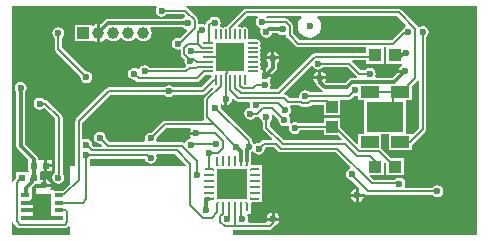
<source format=gbl>
G04*
G04 #@! TF.GenerationSoftware,Altium Limited,Altium Designer,19.0.14 (431)*
G04*
G04 Layer_Physical_Order=2*
G04 Layer_Color=16711680*
%FSLAX44Y44*%
%MOMM*%
G71*
G01*
G75*
%ADD12C,0.2000*%
%ADD67R,0.6000X0.5000*%
%ADD83R,1.0000X1.1000*%
%ADD87C,0.3000*%
%ADD90C,0.6000*%
%ADD91C,1.0000*%
%ADD92R,1.0000X1.0000*%
%ADD93R,0.7500X0.2500*%
%ADD94R,0.8500X0.2500*%
%ADD95R,0.2500X0.7500*%
%ADD96R,0.2500X0.8500*%
%ADD97R,2.6000X2.6000*%
%ADD98O,0.8500X0.2000*%
%ADD99O,0.2000X0.8500*%
%ADD100R,2.4000X2.4000*%
%ADD101R,3.1000X2.5000*%
%ADD102R,1.5500X1.0000*%
%ADD103R,1.1000X1.0000*%
%ADD104R,1.5000X2.3000*%
%ADD105R,0.8000X0.3000*%
G36*
X125715Y195926D02*
X125090Y194991D01*
X124702Y193040D01*
X125090Y191089D01*
X126195Y189435D01*
X127849Y188330D01*
X129800Y187942D01*
X131751Y188330D01*
X133405Y189435D01*
X133770Y189981D01*
X148462D01*
X149544Y188899D01*
X149207Y187441D01*
X147790Y186494D01*
X147506Y186068D01*
X84700D01*
X83334Y185797D01*
X82177Y185023D01*
X78402Y181249D01*
X78168Y181346D01*
X77470Y181438D01*
Y174000D01*
Y166562D01*
X78168Y166654D01*
X80002Y167414D01*
X81578Y168622D01*
X82090Y169290D01*
X83691D01*
X83908Y169007D01*
X85370Y167885D01*
X87073Y167180D01*
X88900Y166940D01*
X90727Y167180D01*
X92430Y167885D01*
X93892Y169007D01*
X94463Y169751D01*
X96037D01*
X96608Y169007D01*
X98070Y167885D01*
X99773Y167180D01*
X101600Y166940D01*
X103427Y167180D01*
X105130Y167885D01*
X106592Y169007D01*
X107163Y169751D01*
X108737D01*
X109308Y169007D01*
X110770Y167885D01*
X112473Y167180D01*
X114300Y166940D01*
X116127Y167180D01*
X117830Y167885D01*
X119292Y169007D01*
X120414Y170470D01*
X121120Y172173D01*
X121360Y174000D01*
X121120Y175827D01*
X120414Y177530D01*
X120213Y177792D01*
X120775Y178931D01*
X147506D01*
X147790Y178506D01*
X149622Y177281D01*
X150577Y177092D01*
X150995Y175714D01*
X145152Y169871D01*
X143510Y170198D01*
X141559Y169810D01*
X139905Y168705D01*
X138800Y167051D01*
X138412Y165100D01*
X138800Y163149D01*
X139905Y161495D01*
X141559Y160390D01*
X143510Y160002D01*
X144611Y160221D01*
X145881Y159260D01*
Y155940D01*
X145881Y155940D01*
X146114Y154769D01*
X146777Y153777D01*
X149160Y151394D01*
X149032Y150750D01*
X149420Y148799D01*
X150525Y147145D01*
X150637Y146010D01*
X149356Y144729D01*
X119370D01*
X119005Y145275D01*
X117351Y146380D01*
X115400Y146768D01*
X113449Y146380D01*
X111795Y145275D01*
X110878Y143902D01*
X110527Y143606D01*
X109371Y143498D01*
X108291Y144219D01*
X106340Y144607D01*
X104389Y144219D01*
X102735Y143114D01*
X101630Y141460D01*
X101242Y139509D01*
X101630Y137559D01*
X102735Y135905D01*
X104389Y134800D01*
X106340Y134411D01*
X107261Y134595D01*
X108349Y133507D01*
X109341Y132844D01*
X110512Y132611D01*
X159621D01*
X159621Y132611D01*
X160791Y132844D01*
X161784Y133507D01*
X166888Y138611D01*
X171218D01*
X172328Y137563D01*
X172322Y136767D01*
X172047Y136583D01*
X172047Y136583D01*
X163403Y127939D01*
X139860D01*
X139495Y128485D01*
X137841Y129590D01*
X135890Y129978D01*
X133939Y129590D01*
X132285Y128485D01*
X131920Y127939D01*
X85040D01*
X85040Y127939D01*
X83870Y127706D01*
X82877Y127043D01*
X82877Y127043D01*
X57527Y101693D01*
X56864Y100701D01*
X56631Y99530D01*
X56631Y99530D01*
Y61330D01*
X52070D01*
Y46466D01*
X45993Y40389D01*
X43370D01*
X43370Y40389D01*
X43074Y40330D01*
X38460D01*
Y41120D01*
X35844D01*
X35245Y42240D01*
X35699Y42918D01*
X35876Y43810D01*
X30480D01*
Y45080D01*
X29210D01*
Y50476D01*
X28318Y50299D01*
X27711Y49893D01*
X26441Y50572D01*
Y55616D01*
X26441Y56000D01*
X27384Y56790D01*
X30480D01*
Y61830D01*
Y66870D01*
X26210D01*
Y66870D01*
X25010Y67039D01*
Y67359D01*
X24738Y68725D01*
X23965Y69883D01*
X14010Y79838D01*
Y124041D01*
X14046Y124065D01*
X15151Y125719D01*
X15539Y127670D01*
X15151Y129621D01*
X14046Y131275D01*
X12392Y132380D01*
X10441Y132768D01*
X8490Y132380D01*
X6837Y131275D01*
X5731Y129621D01*
X5343Y127670D01*
X5731Y125719D01*
X6837Y124065D01*
X6873Y124041D01*
Y78359D01*
X7144Y76994D01*
X7918Y75836D01*
X16306Y67448D01*
X16750Y66330D01*
X16750D01*
X16750Y66330D01*
Y57330D01*
X17873D01*
Y56898D01*
X16975Y56000D01*
X16441D01*
Y56000D01*
X16441D01*
Y56000D01*
X6441D01*
Y51026D01*
X4807Y49392D01*
X4144Y48399D01*
X4074Y48046D01*
X2804Y48171D01*
Y197196D01*
X105078D01*
X105267Y197070D01*
X106340Y196856D01*
X107413Y197070D01*
X107603Y197196D01*
X125036D01*
X125715Y195926D01*
D02*
G37*
G36*
X336623Y180890D02*
X336215Y179501D01*
X334798Y178555D01*
X333821Y177092D01*
X324620Y167891D01*
X246787D01*
X241347Y173331D01*
Y179920D01*
X241347Y179921D01*
X241114Y181091D01*
X240451Y182083D01*
X240451Y182083D01*
X236936Y185598D01*
X235944Y186261D01*
X234773Y186494D01*
X234773Y186494D01*
X218855D01*
X218335Y187171D01*
X218880Y188441D01*
X248009D01*
X248417Y187239D01*
X248046Y186954D01*
X246483Y184917D01*
X245501Y182545D01*
X245166Y180000D01*
X245501Y177455D01*
X246483Y175083D01*
X248046Y173046D01*
X250083Y171483D01*
X252455Y170501D01*
X255000Y170166D01*
X257545Y170501D01*
X259917Y171483D01*
X261954Y173046D01*
X263517Y175083D01*
X264499Y177455D01*
X264834Y180000D01*
X264499Y182545D01*
X263517Y184917D01*
X261954Y186954D01*
X261583Y187239D01*
X261991Y188441D01*
X329071D01*
X336623Y180890D01*
D02*
G37*
G36*
X211076Y187171D02*
X210880Y187040D01*
X209775Y185386D01*
X209387Y183435D01*
X209775Y181484D01*
X210880Y179830D01*
X212534Y178725D01*
X213362Y178561D01*
X213848Y177387D01*
X213730Y177211D01*
X213342Y175260D01*
X213730Y173309D01*
X214835Y171655D01*
X216489Y170550D01*
X218440Y170162D01*
X220391Y170550D01*
X222045Y171655D01*
X223150Y173309D01*
X223261Y173867D01*
X228659D01*
X228683Y173830D01*
X230337Y172725D01*
X232288Y172337D01*
X233959Y172670D01*
X234789Y172274D01*
X235265Y171884D01*
X235462Y170894D01*
X236125Y169902D01*
X243357Y162669D01*
X243357Y162669D01*
X244350Y162006D01*
X245520Y161773D01*
X245520Y161773D01*
X303141D01*
Y157059D01*
X259705D01*
X259705Y157059D01*
X258534Y156826D01*
X257542Y156163D01*
X227608Y126229D01*
X222272D01*
X221673Y127349D01*
X221880Y127659D01*
X222268Y129609D01*
X221880Y131560D01*
X221271Y132472D01*
X221164Y133928D01*
X222389Y135760D01*
X222566Y136652D01*
X217170D01*
Y137922D01*
X215900D01*
Y143318D01*
X215008Y143141D01*
X215005Y143138D01*
X213615Y143596D01*
X213286Y144500D01*
X213519Y145670D01*
X213286Y146840D01*
X212732Y147670D01*
X213286Y148499D01*
X213519Y149670D01*
X213286Y150841D01*
X212732Y151670D01*
X213286Y152500D01*
X213519Y153670D01*
X213286Y154840D01*
X212732Y155670D01*
X213286Y156500D01*
X213519Y157670D01*
X213286Y158841D01*
X212732Y159670D01*
X213286Y160499D01*
X213519Y161670D01*
X213286Y162840D01*
X212732Y163670D01*
X213286Y164499D01*
X213519Y165670D01*
X213286Y166840D01*
X212623Y167833D01*
X211630Y168496D01*
X210460Y168729D01*
X204126D01*
X203744Y168945D01*
X203235Y169454D01*
X203019Y169836D01*
Y176170D01*
X202786Y177341D01*
X202123Y178333D01*
X201131Y178996D01*
X199960Y179229D01*
X198790Y178996D01*
X197960Y178442D01*
X197131Y178996D01*
X195960Y179229D01*
X195150Y179068D01*
X194752Y179266D01*
X194464Y180658D01*
X194533Y180842D01*
X202132Y188441D01*
X210691D01*
X211076Y187171D01*
D02*
G37*
G36*
X320141Y148000D02*
X333101D01*
X333135Y147914D01*
X333312Y146730D01*
X331717Y145664D01*
X330492Y143832D01*
X330315Y142940D01*
X335711D01*
Y140400D01*
X329394D01*
X325015Y136021D01*
X311152D01*
X310473Y137291D01*
X310780Y137749D01*
X311168Y139700D01*
X310780Y141651D01*
X309675Y143305D01*
X308021Y144410D01*
X306070Y144798D01*
X304119Y144410D01*
X302465Y143305D01*
X302100Y142759D01*
X298227D01*
X291315Y149671D01*
X291841Y150941D01*
X303141D01*
Y148000D01*
X318141D01*
Y161773D01*
X320141D01*
Y148000D01*
D02*
G37*
G36*
X257639Y145812D02*
X258585Y144395D01*
X260239Y143290D01*
X262190Y142902D01*
X264141Y143290D01*
X265795Y144395D01*
X266160Y144941D01*
X287393D01*
X294797Y137537D01*
X294797Y137537D01*
X295166Y137291D01*
X294781Y136021D01*
X290900D01*
X289534Y135749D01*
X288376Y134975D01*
X284979Y131579D01*
X269368D01*
X268144Y132803D01*
X268909Y133948D01*
X269086Y134839D01*
X258294D01*
X258471Y133948D01*
X259696Y132115D01*
X260535Y131555D01*
X260747Y130491D01*
X261520Y129333D01*
X265367Y125487D01*
X266127Y124979D01*
X265742Y123709D01*
X255430D01*
X255065Y124255D01*
X253411Y125360D01*
X251460Y125748D01*
X249509Y125360D01*
X247855Y124255D01*
X246750Y122601D01*
X246362Y120650D01*
X246481Y120051D01*
X245676Y119069D01*
X237666D01*
X235542Y121193D01*
X234549Y121856D01*
X233826Y122000D01*
X233331Y123196D01*
X233326Y123296D01*
X256250Y146219D01*
X257639Y145812D01*
D02*
G37*
G36*
X172729Y128404D02*
X173058Y126937D01*
X166137Y120016D01*
X165474Y119023D01*
X165241Y117853D01*
X165241Y117853D01*
Y102552D01*
X165241Y102552D01*
X165474Y101382D01*
X165737Y100988D01*
X165058Y99718D01*
X132529D01*
X132529Y99718D01*
X131359Y99485D01*
X130366Y98822D01*
X130366Y98822D01*
X121294Y89750D01*
X120650Y89878D01*
X118699Y89490D01*
X117045Y88385D01*
X115940Y86731D01*
X115552Y84780D01*
X115885Y83109D01*
X115191Y81839D01*
X85397D01*
X82440Y84796D01*
X82568Y85440D01*
X82180Y87391D01*
X81075Y89045D01*
X79421Y90150D01*
X77470Y90538D01*
X75519Y90150D01*
X73865Y89045D01*
X72760Y87391D01*
X72372Y85440D01*
X72760Y83489D01*
X73865Y81835D01*
X75519Y80730D01*
X77470Y80342D01*
X78114Y80470D01*
X79572Y79012D01*
X79086Y77839D01*
X72132D01*
X71044Y78927D01*
X71138Y79400D01*
X70750Y81351D01*
X69645Y83005D01*
X67991Y84110D01*
X66040Y84498D01*
X64089Y84110D01*
X63869Y83963D01*
X62749Y84561D01*
Y98263D01*
X86307Y121821D01*
X131920D01*
X132285Y121275D01*
X133939Y120170D01*
X135890Y119782D01*
X137841Y120170D01*
X139495Y121275D01*
X139860Y121821D01*
X164670D01*
X164670Y121821D01*
X165841Y122054D01*
X166833Y122717D01*
X172575Y128459D01*
X172729Y128404D01*
D02*
G37*
G36*
X295600Y120871D02*
X296441Y120421D01*
Y116952D01*
X301441D01*
Y88952D01*
X296441D01*
Y80695D01*
X295268Y80209D01*
X281000Y94476D01*
Y102300D01*
X267000D01*
Y97859D01*
X245181D01*
X244521Y98300D01*
X242570Y98688D01*
X240619Y98300D01*
X239256Y97389D01*
X238340Y98305D01*
X238390Y98379D01*
X238778Y100330D01*
X238390Y102281D01*
X237614Y103442D01*
X237732Y105047D01*
X237893Y105155D01*
X238998Y106809D01*
X239386Y108760D01*
X238998Y110711D01*
X238349Y111681D01*
X239028Y112951D01*
X246348D01*
X246812Y112487D01*
X247804Y111824D01*
X248975Y111591D01*
X253945D01*
X253945Y111591D01*
X255116Y111824D01*
X256108Y112487D01*
X256862Y113241D01*
X267000D01*
Y104300D01*
X281000D01*
Y117591D01*
X288290D01*
X288290Y117591D01*
X289461Y117824D01*
X290453Y118487D01*
X292726Y120760D01*
X293370Y120632D01*
X295171Y120990D01*
X295600Y120871D01*
D02*
G37*
G36*
X185230Y113164D02*
X186122Y113342D01*
X187954Y114566D01*
X189179Y116399D01*
X189510Y118064D01*
X189607Y118130D01*
X190835Y118407D01*
X190937Y118255D01*
X192325Y116867D01*
X192325Y116867D01*
X193317Y116204D01*
X194488Y115971D01*
X204091D01*
X204785Y114701D01*
X204452Y113030D01*
X204840Y111079D01*
X203736Y110615D01*
X203009Y110470D01*
X201355Y109365D01*
X200250Y107711D01*
X199862Y105760D01*
X200250Y103809D01*
X201355Y102155D01*
X203009Y101050D01*
X204960Y100662D01*
X206911Y101050D01*
X208565Y102155D01*
X208930Y102701D01*
X210577D01*
X210734Y102670D01*
X211905Y102903D01*
X212112Y103041D01*
X212342Y103009D01*
X213436Y102399D01*
X213730Y100919D01*
X214835Y99265D01*
X215381Y98900D01*
Y93900D01*
X215381Y93900D01*
X215614Y92730D01*
X216277Y91737D01*
X223520Y84494D01*
X223034Y83321D01*
X216152D01*
X216152Y83321D01*
X214982Y83088D01*
X213989Y82425D01*
X213989Y82425D01*
X212734Y81170D01*
X212090Y81298D01*
X210139Y80910D01*
X209154Y80252D01*
X208369Y79898D01*
X207527Y80576D01*
X206965Y81417D01*
X206419Y81782D01*
Y82627D01*
X206419Y82628D01*
X206186Y83798D01*
X205523Y84790D01*
X180230Y110084D01*
X180358Y110728D01*
X179970Y112678D01*
X179538Y113324D01*
X180454Y114240D01*
X181798Y113342D01*
X182690Y113164D01*
Y118560D01*
X185230D01*
Y113164D01*
D02*
G37*
G36*
X347921Y133812D02*
Y93987D01*
X342463Y88529D01*
X341441Y88952D01*
Y88952D01*
X336441D01*
Y116952D01*
X341441D01*
Y127847D01*
X341462Y127952D01*
X341462Y127952D01*
Y128966D01*
X346566Y134070D01*
X346566Y134070D01*
X346651Y134197D01*
X347921Y133812D01*
D02*
G37*
G36*
X228685Y100845D02*
X228582Y100330D01*
X228970Y98379D01*
X230075Y96725D01*
X231729Y95620D01*
X233680Y95232D01*
X235631Y95620D01*
X236994Y96531D01*
X237910Y95616D01*
X237860Y95541D01*
X237472Y93590D01*
X237860Y91639D01*
X238965Y89985D01*
X240619Y88880D01*
X242570Y88492D01*
X244521Y88880D01*
X246175Y89985D01*
X247280Y91639D01*
X247300Y91741D01*
X267000D01*
Y87300D01*
X279525D01*
X282393Y84432D01*
X281907Y83259D01*
X233407D01*
X221499Y95167D01*
Y98900D01*
X222045Y99265D01*
X223150Y100919D01*
X223538Y102870D01*
X223209Y104525D01*
X224263Y105267D01*
X228685Y100845D01*
D02*
G37*
G36*
X154484Y92331D02*
X153903Y91461D01*
X153726Y90570D01*
X159122D01*
Y88030D01*
X153726D01*
X153903Y87138D01*
X154740Y85885D01*
X154128Y84563D01*
X152800Y84298D01*
X151146Y83193D01*
X150114Y81648D01*
X149881Y81491D01*
X148674Y81176D01*
X148031Y81606D01*
X146860Y81839D01*
X146860Y81839D01*
X126109D01*
X125415Y83109D01*
X125748Y84780D01*
X125620Y85424D01*
X133796Y93601D01*
X153805D01*
X154484Y92331D01*
D02*
G37*
G36*
X397196Y2804D02*
X190300D01*
Y7451D01*
X191850D01*
X192043Y7490D01*
X192236Y7451D01*
X192236Y7451D01*
X221168D01*
X221168Y7451D01*
X222338Y7684D01*
X223331Y8347D01*
X226144Y11160D01*
X226250Y11181D01*
X228082Y12406D01*
X229307Y14238D01*
X229484Y15130D01*
X218692D01*
X218750Y14839D01*
X217906Y13569D01*
X203579D01*
X202885Y14839D01*
X203218Y16510D01*
X202830Y18461D01*
X202096Y19560D01*
X202766Y20830D01*
X205100D01*
Y29296D01*
X205315Y30365D01*
X206384Y30580D01*
X214850D01*
Y40580D01*
Y50580D01*
Y62080D01*
X206384D01*
X205315Y62295D01*
X205100Y63364D01*
Y64144D01*
X205147Y64214D01*
X205419Y65580D01*
Y72908D01*
X206462Y73722D01*
X207858Y73489D01*
X207923Y73436D01*
X208485Y72595D01*
X210139Y71490D01*
X212090Y71102D01*
X214041Y71490D01*
X215695Y72595D01*
X216800Y74249D01*
X217188Y76200D01*
X218231Y77203D01*
X225154D01*
X228320Y74037D01*
X228320Y74037D01*
X229313Y73374D01*
X230483Y73141D01*
X230483Y73141D01*
X277022D01*
X289565Y60598D01*
X289197Y59383D01*
X288879Y59320D01*
X287225Y58215D01*
X286120Y56561D01*
X285732Y54610D01*
X286120Y52659D01*
X287225Y51005D01*
X288879Y49900D01*
X290297Y49618D01*
X296758Y43158D01*
X296591Y42846D01*
Y37770D01*
X301667D01*
X301978Y37937D01*
X302079Y37837D01*
X303071Y37174D01*
X304242Y36941D01*
X304242Y36941D01*
X359250D01*
X359615Y36395D01*
X361269Y35290D01*
X363220Y34901D01*
X365171Y35290D01*
X366825Y36395D01*
X367930Y38049D01*
X368318Y39999D01*
X367930Y41950D01*
X366825Y43604D01*
X365171Y44709D01*
X363220Y45097D01*
X361269Y44709D01*
X359615Y43604D01*
X359250Y43058D01*
X336028D01*
X335429Y44178D01*
X335690Y44569D01*
X336078Y46520D01*
X335690Y48471D01*
X334585Y50125D01*
X332931Y51230D01*
X330980Y51618D01*
X329029Y51230D01*
X327375Y50125D01*
X327231Y49908D01*
X308907D01*
X305989Y52827D01*
X306474Y54000D01*
X317940D01*
Y63908D01*
X319050Y64382D01*
X319940Y63647D01*
Y54000D01*
X334940D01*
Y68000D01*
X324245D01*
X316130Y76115D01*
X315941Y76241D01*
Y88452D01*
X321941D01*
Y74952D01*
X341441D01*
Y79165D01*
X342375Y79789D01*
X353143Y90557D01*
X353143Y90557D01*
X353806Y91549D01*
X354039Y92720D01*
X354039Y92720D01*
Y170980D01*
X354585Y171345D01*
X355690Y172999D01*
X356078Y174950D01*
X355690Y176901D01*
X354585Y178555D01*
X352931Y179660D01*
X350980Y180048D01*
X349029Y179660D01*
X348273Y179155D01*
X348125Y179077D01*
X346614Y179527D01*
X346566Y179598D01*
X346566Y179598D01*
X332501Y193663D01*
X331509Y194326D01*
X330338Y194559D01*
X330338Y194559D01*
X200865D01*
X199694Y194326D01*
X198702Y193663D01*
X198702Y193663D01*
X185797Y180758D01*
X185134Y179766D01*
X184987Y179025D01*
X183960Y179229D01*
X182789Y178996D01*
X181960Y178442D01*
X181131Y178996D01*
X179960Y179229D01*
X179869Y179211D01*
X179106Y180354D01*
X179470Y180899D01*
X179858Y182850D01*
X179470Y184801D01*
X178365Y186455D01*
X176711Y187560D01*
X174760Y187948D01*
X172809Y187560D01*
X171155Y186455D01*
X170597Y185619D01*
X169689Y185013D01*
X167667Y182991D01*
X167004Y181998D01*
X166996Y181956D01*
X165781Y181240D01*
X165662Y181264D01*
X163830Y181628D01*
X162113Y181286D01*
X160843Y181959D01*
Y184985D01*
X160610Y186156D01*
X159947Y187148D01*
X151892Y195203D01*
X150900Y195866D01*
X150597Y195926D01*
X150722Y197196D01*
X397196D01*
Y2804D01*
D02*
G37*
G36*
X150229Y62600D02*
X149703Y61330D01*
X69099D01*
Y67150D01*
X69645Y67515D01*
X69783Y67721D01*
X115723D01*
X115940Y66629D01*
X117045Y64975D01*
X118699Y63870D01*
X120650Y63482D01*
X122601Y63870D01*
X124255Y64975D01*
X125360Y66629D01*
X125748Y68580D01*
X125376Y70451D01*
X125379Y70724D01*
X125912Y71721D01*
X141108D01*
X150229Y62600D01*
D02*
G37*
G36*
X202100Y61330D02*
X200600D01*
Y62330D01*
X203100D01*
X202100Y61330D01*
D02*
G37*
G36*
X178100D02*
X176600D01*
X175600Y62330D01*
X178100D01*
Y61330D01*
D02*
G37*
G36*
X205350Y57580D02*
X204350D01*
Y59080D01*
X205350Y60080D01*
Y57580D01*
D02*
G37*
G36*
X174350Y59080D02*
Y57580D01*
X173350D01*
Y60080D01*
X174350Y59080D01*
D02*
G37*
G36*
X205350Y32580D02*
X204350Y33580D01*
Y35080D01*
X205350D01*
Y32580D01*
D02*
G37*
G36*
X174350Y33580D02*
X173350Y32580D01*
Y35080D01*
X174350D01*
Y33580D01*
D02*
G37*
G36*
X203100Y30330D02*
X200600D01*
Y31330D01*
X202100D01*
X203100Y30330D01*
D02*
G37*
G36*
X178100D02*
X175600D01*
X176600Y31330D01*
X178100D01*
Y30330D01*
D02*
G37*
G36*
X4144Y13417D02*
X4807Y12424D01*
X7564Y9667D01*
X7564Y9667D01*
X8557Y9004D01*
X9727Y8771D01*
X47780D01*
X47780Y8771D01*
X48951Y9004D01*
X49943Y9667D01*
X50897Y10621D01*
X52070Y10135D01*
Y2804D01*
X2804D01*
Y13645D01*
X4074Y13770D01*
X4144Y13417D01*
D02*
G37*
%LPC*%
G36*
X74930Y181438D02*
X74232Y181346D01*
X72397Y180586D01*
X71770Y180105D01*
X70500Y180731D01*
Y181000D01*
X56500D01*
Y167000D01*
X70500D01*
Y167269D01*
X71770Y167895D01*
X72397Y167414D01*
X74232Y166654D01*
X74930Y166562D01*
Y174000D01*
Y181438D01*
D02*
G37*
G36*
X42250Y179088D02*
X40299Y178700D01*
X38645Y177595D01*
X37540Y175941D01*
X37152Y173990D01*
X37540Y172039D01*
X38645Y170385D01*
X39191Y170020D01*
Y160460D01*
X39191Y160460D01*
X39424Y159289D01*
X40087Y158297D01*
X61070Y137314D01*
X60942Y136670D01*
X61330Y134719D01*
X62435Y133065D01*
X64089Y131960D01*
X66040Y131572D01*
X67991Y131960D01*
X69645Y133065D01*
X70750Y134719D01*
X71138Y136670D01*
X70750Y138621D01*
X69645Y140275D01*
X67991Y141380D01*
X66040Y141768D01*
X65396Y141640D01*
X45309Y161727D01*
Y170020D01*
X45855Y170385D01*
X46960Y172039D01*
X47348Y173990D01*
X46960Y175941D01*
X45855Y177595D01*
X44201Y178700D01*
X42250Y179088D01*
D02*
G37*
G36*
X37290Y66870D02*
X33020D01*
Y63100D01*
X37290D01*
Y66870D01*
D02*
G37*
G36*
Y60560D02*
X33020D01*
Y56790D01*
X37290D01*
Y60560D01*
D02*
G37*
G36*
X26470Y119398D02*
X24519Y119010D01*
X22865Y117905D01*
X21760Y116251D01*
X21372Y114300D01*
X21760Y112349D01*
X22865Y110695D01*
X24519Y109590D01*
X26470Y109202D01*
X28421Y109590D01*
X30075Y110695D01*
X30680Y110755D01*
X39841Y101594D01*
Y55904D01*
X38645Y55105D01*
X37540Y53451D01*
X37152Y51500D01*
X37540Y49549D01*
X38645Y47895D01*
X40299Y46790D01*
X42250Y46402D01*
X44201Y46790D01*
X45855Y47895D01*
X46960Y49549D01*
X47348Y51500D01*
X46960Y53451D01*
X45959Y54949D01*
Y102861D01*
X45726Y104031D01*
X45063Y105024D01*
X33624Y116463D01*
X32631Y117126D01*
X31461Y117359D01*
X31461Y117359D01*
X30440D01*
X30075Y117905D01*
X28421Y119010D01*
X26470Y119398D01*
D02*
G37*
G36*
X31750Y50476D02*
Y46350D01*
X35876D01*
X35699Y47242D01*
X34474Y49074D01*
X32642Y50299D01*
X31750Y50476D01*
D02*
G37*
G36*
X225085Y158315D02*
Y154189D01*
X229210D01*
X229033Y155080D01*
X227809Y156913D01*
X225976Y158137D01*
X225085Y158315D01*
D02*
G37*
G36*
X222545D02*
X221653Y158137D01*
X219820Y156913D01*
X218596Y155080D01*
X218419Y154189D01*
X222545D01*
Y158315D01*
D02*
G37*
G36*
X229210Y151649D02*
X218419D01*
X218596Y150757D01*
X219820Y148925D01*
X220246Y148640D01*
Y146045D01*
X218440Y144239D01*
Y139192D01*
X223487D01*
X226338Y142043D01*
X227111Y143201D01*
X227383Y144567D01*
Y148640D01*
X227809Y148925D01*
X229033Y150757D01*
X229210Y151649D01*
D02*
G37*
G36*
X264960Y141505D02*
Y137379D01*
X269086D01*
X268909Y138271D01*
X267684Y140104D01*
X265851Y141328D01*
X264960Y141505D01*
D02*
G37*
G36*
X262420D02*
X261528Y141328D01*
X259696Y140104D01*
X258471Y138271D01*
X258294Y137379D01*
X262420D01*
Y141505D01*
D02*
G37*
G36*
X294051Y41896D02*
X293159Y41719D01*
X291327Y40494D01*
X290102Y38662D01*
X289925Y37770D01*
X294051D01*
Y41896D01*
D02*
G37*
G36*
X300717Y35230D02*
X296591D01*
Y31104D01*
X297482Y31281D01*
X299315Y32506D01*
X300539Y34339D01*
X300717Y35230D01*
D02*
G37*
G36*
X294051D02*
X289925D01*
X290102Y34339D01*
X291327Y32506D01*
X293159Y31281D01*
X294051Y31104D01*
Y35230D01*
D02*
G37*
G36*
X225358Y21796D02*
Y17670D01*
X229484D01*
X229307Y18562D01*
X228082Y20394D01*
X226250Y21618D01*
X225358Y21796D01*
D02*
G37*
G36*
X222818D02*
X221926Y21618D01*
X220094Y20394D01*
X218869Y18562D01*
X218692Y17670D01*
X222818D01*
Y21796D01*
D02*
G37*
%LPD*%
D12*
X324419Y63500D02*
X329210D01*
X344403Y136233D02*
Y177435D01*
X338403Y130233D02*
X344403Y136233D01*
X330338Y191500D02*
X344403Y177435D01*
X288660Y148000D02*
X296960Y139700D01*
X306070D01*
X209550Y113030D02*
X209864D01*
X85040Y124880D02*
X135890D01*
X164670D01*
X209807Y129609D02*
X217170D01*
X288290Y120650D02*
X293370Y125730D01*
X251460Y120650D02*
X288290D01*
X168300Y102552D02*
Y117853D01*
X183960Y118560D02*
Y134420D01*
X203360Y77812D02*
Y82628D01*
X175260Y110728D02*
X203360Y82628D01*
X218440Y102870D02*
Y104481D01*
Y93900D02*
Y102870D01*
X216829D02*
X218440Y104481D01*
Y93900D02*
X232140Y80200D01*
X209864Y113030D02*
X211333Y114499D01*
X228549D01*
X194488Y119030D02*
X233379D01*
X193100Y120418D02*
X194488Y119030D01*
X159122Y89300D02*
X174875D01*
X170620Y72830D02*
X177898D01*
X170180Y72390D02*
X170620Y72830D01*
X177898D02*
X181960Y76892D01*
X154892Y79730D02*
X175960D01*
X181960Y76892D02*
Y82215D01*
X174875Y89300D02*
X181960Y82215D01*
X170100Y70878D02*
X170180Y70958D01*
Y72390D01*
X154751Y79589D02*
X154892Y79730D01*
X307640Y46850D02*
X330980D01*
X174193Y96659D02*
X193040Y77812D01*
X168300Y102552D02*
X174193Y96659D01*
X132529D02*
X174193D01*
X120650Y84780D02*
X132529Y96659D01*
X204960Y105760D02*
X210703D01*
X210734Y105729D01*
X233379Y119030D02*
X236399Y116010D01*
X207368Y127170D02*
X209807Y129609D01*
X198303Y127170D02*
X207368D01*
X196646Y123170D02*
X228875D01*
X210734Y105729D02*
X215504Y110499D01*
X216829Y102870D02*
X218440D01*
X215504Y110499D02*
X223357D01*
X193100Y120418D02*
Y120595D01*
X189585Y124110D02*
X193100Y120595D01*
X189408Y124110D02*
X189585D01*
X189408D02*
X189497Y124199D01*
Y124199D01*
X187960Y125735D02*
X189497Y124199D01*
X191960Y127856D02*
X196646Y123170D01*
X191960Y127856D02*
Y134420D01*
X195960Y129513D02*
Y134420D01*
Y129513D02*
X198303Y127170D01*
X187960Y125735D02*
Y134420D01*
X216152Y80262D02*
X226421D01*
X212090Y76200D02*
X216152Y80262D01*
X226421D02*
X230483Y76200D01*
X278289D01*
X174210Y134420D02*
X175960D01*
X164670Y124880D02*
X174210Y134420D01*
X143510Y165100D02*
X144707D01*
X154130Y152400D02*
X156652D01*
X169830Y165670D02*
Y180828D01*
X171852Y182850D02*
X174760D01*
X169830Y180828D02*
X171852Y182850D01*
X163065Y175765D02*
X163830Y176530D01*
X157784Y178177D02*
Y184985D01*
X144707Y165100D02*
X157784Y178177D01*
X129800Y193040D02*
X149729D01*
X157784Y184985D01*
X160622Y175358D02*
X161028Y175765D01*
X163065D01*
X168710Y165670D02*
X169830D01*
X160622Y164670D02*
Y175358D01*
X148940Y161235D02*
X152455Y164750D01*
X148940Y155940D02*
Y161235D01*
X160622Y164670D02*
X163622Y161670D01*
X160542Y164750D02*
X160622Y164670D01*
X154940Y158750D02*
X156022D01*
X157102Y157670D01*
X168710D01*
X148940Y155940D02*
X152823Y152057D01*
X153786D01*
X154130Y152400D01*
X153703Y144750D02*
X159122D01*
X160042Y145670D01*
X168710D01*
X152455Y164750D02*
X160542D01*
X150623Y141670D02*
X153703Y144750D01*
X156652Y152400D02*
X159382Y149670D01*
X192236Y10510D02*
X221168D01*
X228875Y123170D02*
X259705Y154000D01*
X310141D01*
X310641Y154500D01*
X191850Y10896D02*
X192236Y10510D01*
X183112D02*
X191850D01*
X262190Y148000D02*
X288660D01*
X255595Y116300D02*
X269500D01*
X253945Y114650D02*
X255595Y116300D01*
X248975Y114650D02*
X253945D01*
X247615Y116010D02*
X248975Y114650D01*
X236399Y116010D02*
X247615D01*
X224088Y13430D02*
Y16400D01*
X221168Y10510D02*
X224088Y13430D01*
X183023Y10421D02*
X183112Y10510D01*
X185420Y16510D02*
X186592Y17682D01*
X181600Y21175D02*
Y26830D01*
X179420Y18995D02*
X181600Y21175D01*
X179420Y14025D02*
Y18995D01*
Y14025D02*
X183023Y10421D01*
X176850Y22590D02*
Y27080D01*
X172040Y17780D02*
X176850Y22590D01*
X191850Y10896D02*
Y27080D01*
X164510Y17780D02*
X172040D01*
X285294Y80200D02*
X295594Y69900D01*
X278289Y76200D02*
X307640Y46850D01*
X232140Y80200D02*
X285294D01*
X186592Y17682D02*
X186850D01*
X181600Y26830D02*
X181850Y27080D01*
X325887Y164832D02*
X336005Y174950D01*
X245520Y164832D02*
X325887D01*
X238288Y172064D02*
X245520Y164832D01*
X238288Y172064D02*
Y179921D01*
X234773Y183435D02*
X238288Y179921D01*
X200865Y191500D02*
X330338D01*
X187960Y178595D02*
X200865Y191500D01*
X336005Y174950D02*
X338403D01*
X214485Y183435D02*
X234773D01*
X163622Y161670D02*
X168710D01*
X313967Y73952D02*
X324419Y63500D01*
X297198Y73952D02*
X313967D01*
X274000Y94800D02*
X276350D01*
X244862D02*
X274000D01*
X269500Y116300D02*
X274000Y111800D01*
X290830Y53411D02*
Y54610D01*
Y53411D02*
X304242Y39999D01*
X363220D01*
X168710Y153670D02*
X183600D01*
X184860Y150570D02*
X185945Y151655D01*
X186850Y17682D02*
Y27080D01*
X196850Y17682D02*
Y27080D01*
X146860Y78780D02*
X160130Y65510D01*
X84130Y78780D02*
X146860D01*
X142375Y74780D02*
X154130Y63025D01*
X70865Y74780D02*
X142375D01*
X170100Y58830D02*
Y70878D01*
X154130Y28160D02*
X164510Y17780D01*
X154130Y28160D02*
Y63025D01*
X160130Y54131D02*
Y65510D01*
X242570Y93590D02*
X243652D01*
X244862Y94800D01*
X295594Y69900D02*
X306440D01*
X276350Y94800D02*
X297198Y73952D01*
X306440Y69900D02*
X310440Y65900D01*
X330980Y46520D02*
Y46850D01*
X168300Y117853D02*
X179960Y129513D01*
Y134420D01*
X184860Y140227D02*
Y150570D01*
X183960Y139327D02*
X184860Y140227D01*
X183960Y134420D02*
Y139327D01*
X187960Y172920D02*
Y178595D01*
X77470Y85440D02*
X84130Y78780D01*
X66245Y79400D02*
X70865Y74780D01*
X66040Y79400D02*
X66245D01*
X119568Y68580D02*
X120650D01*
X117368Y70780D02*
X119568Y68580D01*
X66380Y70780D02*
X117368D01*
X66040Y71120D02*
X66380Y70780D01*
X59690Y49760D02*
Y99530D01*
X47260Y37330D02*
X59690Y49760D01*
Y99530D02*
X85040Y124880D01*
X231096Y102760D02*
X233680Y100330D01*
X234343D01*
X223357Y110499D02*
X231096Y102760D01*
X228549Y114499D02*
X234288Y108760D01*
X340212Y81952D02*
X350980Y92720D01*
X331691Y81952D02*
X340212D01*
X350980Y92720D02*
Y174950D01*
X332123Y123952D02*
X335280Y127109D01*
X337561D01*
X331691Y123952D02*
X332123D01*
X337561Y127109D02*
X338403Y127952D01*
X329910Y123952D02*
X331691D01*
X338403Y127952D02*
Y130233D01*
X42250Y160460D02*
Y173990D01*
Y160460D02*
X66040Y136670D01*
X299441Y127952D02*
X303441Y123952D01*
X306191D01*
X329910D01*
X325910Y119952D02*
X329910Y123952D01*
X325910Y114452D02*
Y119952D01*
X316868Y105410D02*
X325910Y114452D01*
X314040Y105410D02*
X316868D01*
X314040D02*
X316498Y102952D01*
X318941D01*
X165460Y141509D02*
Y141670D01*
X159621Y135670D02*
X165460Y141509D01*
X110512Y135670D02*
X159621D01*
X106672Y139509D02*
X110512Y135670D01*
X106340Y139509D02*
X106672D01*
X165460Y141670D02*
X168710D01*
X115400D02*
X150623D01*
X43370Y37330D02*
X47260D01*
X42870Y36830D02*
X43370Y37330D01*
X42870Y30330D02*
X62800D01*
X66040Y33570D01*
Y71120D01*
X159382Y149670D02*
X168710D01*
X9727Y11830D02*
X47780D01*
X6970Y14587D02*
Y47229D01*
X48556Y23774D02*
X49920Y22410D01*
X42926Y23774D02*
X48556D01*
X42870Y23830D02*
X42926Y23774D01*
X49920Y13970D02*
Y22410D01*
X47780Y11830D02*
X49920Y13970D01*
X6970Y14587D02*
X9727Y11830D01*
X6970Y47229D02*
X9441Y49700D01*
Y50000D01*
X10941Y51500D01*
X11241D01*
X42900Y52150D02*
Y102861D01*
X31461Y114300D02*
X42900Y102861D01*
X26470Y114300D02*
X31461D01*
X42250Y51500D02*
X42900Y52150D01*
D67*
X31750Y61830D02*
D03*
X21750D02*
D03*
X21441Y51500D02*
D03*
X11441D02*
D03*
D83*
X274000Y111800D02*
D03*
Y94800D02*
D03*
D87*
X327641Y153860D02*
X331641D01*
X21441Y51500D02*
Y67359D01*
X14686Y36830D02*
Y42830D01*
X326493Y132452D02*
X335711Y141670D01*
X290900Y132452D02*
X326493D01*
X286458Y128010D02*
X290900Y132452D01*
X267890Y128010D02*
X286458D01*
X264044Y131856D02*
Y135756D01*
Y131856D02*
X267890Y128010D01*
X263690Y136109D02*
X264044Y135756D01*
X84700Y182500D02*
X151784D01*
X76200Y174000D02*
X84700Y182500D01*
X334801Y157020D02*
X337100D01*
X167350Y24330D02*
Y33580D01*
X220615Y177435D02*
X232288D01*
X218440Y175260D02*
X220615Y177435D01*
X331641Y153860D02*
X334801Y157020D01*
X217170Y137922D02*
X223815Y144567D01*
Y152919D01*
X17920Y30330D02*
X25170D01*
X13970D02*
X17920D01*
X21470Y33880D01*
Y42543D01*
X23227Y44300D01*
X27579D01*
X27785Y44506D01*
X29906D01*
X30480Y45080D01*
X20941Y51500D02*
X21441D01*
X19941Y50500D02*
X20941Y51500D01*
X19941Y48085D02*
Y50500D01*
X14686Y42830D02*
X19941Y48085D01*
X13970Y36830D02*
X14686D01*
X28420Y23398D02*
Y27080D01*
X25170Y30330D02*
X28420Y27080D01*
X25170Y23830D02*
X28420Y27080D01*
X13970Y23830D02*
X25170D01*
X22420Y17398D02*
X28420Y23398D01*
X18738Y17398D02*
X22420D01*
X18670Y17330D02*
X18738Y17398D01*
X13970Y17330D02*
X18670D01*
X28420Y23398D02*
X34420Y17398D01*
X38102D01*
X38170Y17330D01*
X42870D01*
X203360Y77000D02*
Y77812D01*
X193040Y77720D02*
Y77812D01*
X329941Y80202D02*
X331691Y81952D01*
X10441Y78359D02*
Y127670D01*
Y78359D02*
X21441Y67359D01*
X11241Y51500D02*
X11242Y51500D01*
X11441D01*
X193040Y77720D02*
X196850Y73910D01*
Y65580D02*
Y73910D01*
X201850Y75490D02*
X203360Y77000D01*
X201850Y65580D02*
Y75490D01*
X167350Y33580D02*
X167600Y33830D01*
X170100D01*
D90*
X255000Y180000D02*
D03*
X223357Y71715D02*
D03*
X233680Y44655D02*
D03*
X335711Y141670D02*
D03*
X306070Y139700D02*
D03*
X209550Y113030D02*
D03*
X135890Y124880D02*
D03*
X217170Y129609D02*
D03*
X183960Y118560D02*
D03*
X175260Y110728D02*
D03*
X154751Y79589D02*
D03*
X170180Y72390D02*
D03*
X175960Y79730D02*
D03*
X159122Y89300D02*
D03*
X204960Y105760D02*
D03*
X218440Y102870D02*
D03*
X163830Y176530D02*
D03*
X151784Y182500D02*
D03*
X174760Y182850D02*
D03*
X143510Y165100D02*
D03*
X86320Y134313D02*
D03*
X263690Y136109D02*
D03*
X154130Y150750D02*
D03*
X154940Y158750D02*
D03*
X129800Y193040D02*
D03*
X262190Y148000D02*
D03*
X251460Y120650D02*
D03*
X224088Y16400D02*
D03*
X198120Y16510D02*
D03*
X185420D02*
D03*
X167350Y24330D02*
D03*
X160130Y54131D02*
D03*
X212090Y76200D02*
D03*
X218440Y175260D02*
D03*
X214485Y183435D02*
D03*
X295321Y36500D02*
D03*
X217170Y137922D02*
D03*
X290830Y54610D02*
D03*
X363220Y39999D02*
D03*
X30480Y45080D02*
D03*
X193100Y151670D02*
D03*
X223815Y152919D02*
D03*
X242570Y93590D02*
D03*
X232288Y177435D02*
D03*
X77470Y85440D02*
D03*
X120650Y68580D02*
D03*
X293370Y125730D02*
D03*
X233680Y100330D02*
D03*
X234288Y108760D02*
D03*
X203360Y77812D02*
D03*
X193040D02*
D03*
X330980Y46520D02*
D03*
X350980Y174950D02*
D03*
X338403D02*
D03*
X42250Y173990D02*
D03*
X66040Y136670D02*
D03*
X106340Y139509D02*
D03*
X115400Y141670D02*
D03*
X120650Y84780D02*
D03*
X66040Y71120D02*
D03*
X337100Y157020D02*
D03*
X10441Y127670D02*
D03*
X66040Y79400D02*
D03*
X26470Y114300D02*
D03*
X42250Y51500D02*
D03*
D91*
X114300Y174000D02*
D03*
X101600D02*
D03*
X88900D02*
D03*
X76200D02*
D03*
D92*
X63500D02*
D03*
D93*
X209100Y58830D02*
D03*
Y33830D02*
D03*
X169600D02*
D03*
Y58830D02*
D03*
D94*
X208600Y53830D02*
D03*
Y48830D02*
D03*
Y43830D02*
D03*
Y38830D02*
D03*
X170100D02*
D03*
Y43830D02*
D03*
Y48830D02*
D03*
Y53830D02*
D03*
D95*
X201850Y26580D02*
D03*
X176850D02*
D03*
Y66080D02*
D03*
X201850D02*
D03*
D96*
X196850Y27080D02*
D03*
X191850D02*
D03*
X186850D02*
D03*
X181850D02*
D03*
Y65580D02*
D03*
X186850D02*
D03*
X191850D02*
D03*
X196850D02*
D03*
D97*
X189350Y46330D02*
D03*
D98*
X168710Y141670D02*
D03*
Y145670D02*
D03*
Y149670D02*
D03*
Y153670D02*
D03*
Y157670D02*
D03*
Y161670D02*
D03*
Y165670D02*
D03*
X207210D02*
D03*
Y161670D02*
D03*
Y157670D02*
D03*
Y153670D02*
D03*
Y149670D02*
D03*
Y145670D02*
D03*
Y141670D02*
D03*
D99*
X175960Y172920D02*
D03*
X179960D02*
D03*
X183960D02*
D03*
X187960D02*
D03*
X191960D02*
D03*
X195960D02*
D03*
X199960D02*
D03*
Y134420D02*
D03*
X195960D02*
D03*
X191960D02*
D03*
X187960D02*
D03*
X183960D02*
D03*
X179960D02*
D03*
X175960D02*
D03*
D100*
X187960Y153670D02*
D03*
D101*
X318941Y102952D02*
D03*
D102*
X306191Y81952D02*
D03*
X331691Y123952D02*
D03*
X306191D02*
D03*
X331691Y81952D02*
D03*
D103*
X310440Y61000D02*
D03*
X327440D02*
D03*
X310641Y155000D02*
D03*
X327641D02*
D03*
D104*
X28420Y27080D02*
D03*
D105*
X13970Y17330D02*
D03*
Y23830D02*
D03*
Y30330D02*
D03*
Y36830D02*
D03*
X42870Y17330D02*
D03*
Y23830D02*
D03*
Y30330D02*
D03*
Y36830D02*
D03*
M02*

</source>
